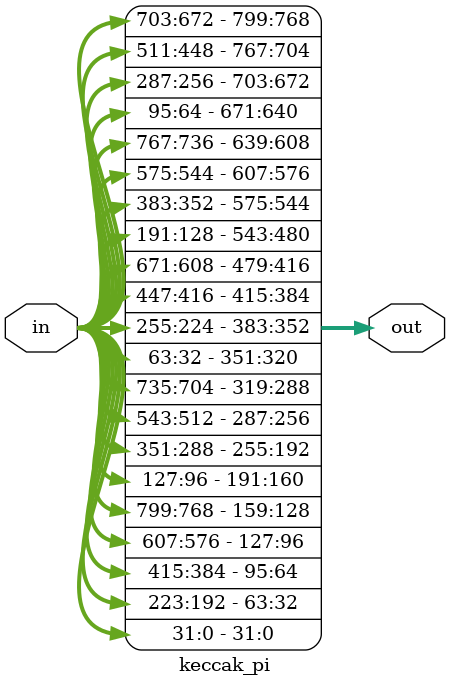
<source format=v>

`define IDX32(x) ((x)*(32)) +: 32
`define LANE(x,y) (((x)%5)+5*((y)%5))

module keccak_pi(in, out);
    input [799:0] in;
    output [799:0] out;
    
    genvar x;
    genvar y;
    generate
    for (x = 0; x < 5; x = x+1)
    begin : outer
        for (y = 0; y < 5; y = y+1)
        begin : loop
            assign out[`IDX32(`LANE(0*x+1*y, 2*x+3*y))] = in[`IDX32(`LANE(x, y))];
        end
    end
    endgenerate
endmodule
</source>
